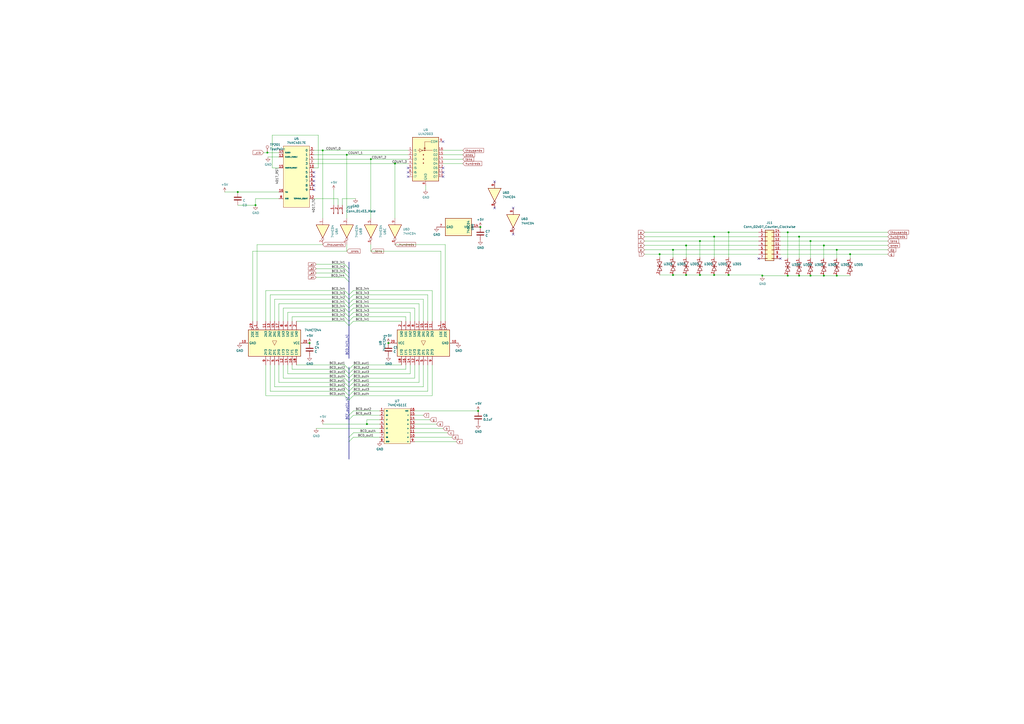
<source format=kicad_sch>
(kicad_sch (version 20230121) (generator eeschema)
  (paper "A2")
  (lib_symbols
    (symbol "74xx:74HC04"
      (property "Reference" "U" (at 0 1.27 0))
      (property "Value" "74HC04" (at 0 -1.27 0))
      (symbol "74HC04_1_0"
        (pin input line (at -7.62 0 0) (length 3.81) (name "~") (number "1"))
        (pin output inverted (at 7.62 0 180) (length 3.81) (name "~") (number "2"))
      )
      (symbol "74HC04_2_0"
        (pin input line (at -7.62 0 0) (length 3.81) (name "~") (number "3"))
        (pin output inverted (at 7.62 0 180) (length 3.81) (name "~") (number "4"))
      )
      (symbol "74HC04_3_0"
        (pin input line (at -7.62 0 0) (length 3.81) (name "~") (number "5"))
        (pin output inverted (at 7.62 0 180) (length 3.81) (name "~") (number "6"))
      )
      (symbol "74HC04_4_0"
        (pin output inverted (at 7.62 0 180) (length 3.81) (name "~") (number "8"))
        (pin input line (at -7.62 0 0) (length 3.81) (name "~") (number "9"))
      )
      (symbol "74HC04_5_0"
        (pin output inverted (at 7.62 0 180) (length 3.81) (name "~") (number "10"))
        (pin input line (at -7.62 0 0) (length 3.81) (name "~") (number "11"))
      )
      (symbol "74HC04_6_0"
        (pin output inverted (at 7.62 0 180) (length 3.81) (name "~") (number "12"))
        (pin input line (at -7.62 0 0) (length 3.81) (name "~") (number "13"))
      )
      (symbol "74HC04_7_0"
        (pin power_in line (at 0 12.7 270) (length 5.08) (name "VCC") (number "14"))
        (pin power_in line (at 0 -12.7 90) (length 5.08) (name "GND") (number "7"))
      )
    )
    (symbol "74xx:74HCT244"
      (property "Reference" "U" (at -7.62 16.51 0))
      (property "Value" "74HCT244" (at -7.62 -16.51 0))
      (symbol "74HCT244_1_0"
        (pin input inverted (at -12.7 -10.16 0) (length 5.08) (name "1OE") (number "1"))
        (pin power_in line (at 0 -20.32 90) (length 5.08) (name "GND") (number "10"))
        (pin input line (at -12.7 -5.08 0) (length 5.08) (name "2A3") (number "11"))
        (pin tri_state line (at 12.7 5.08 180) (length 5.08) (name "1Y3") (number "12"))
        (pin input line (at -12.7 -2.54 0) (length 5.08) (name "2A2") (number "13"))
        (pin tri_state line (at 12.7 7.62 180) (length 5.08) (name "1Y2") (number "14"))
        (pin input line (at -12.7 0 0) (length 5.08) (name "2A1") (number "15"))
        (pin tri_state line (at 12.7 10.16 180) (length 5.08) (name "1Y1") (number "16"))
        (pin input line (at -12.7 2.54 0) (length 5.08) (name "2A0") (number "17"))
        (pin tri_state line (at 12.7 12.7 180) (length 5.08) (name "1Y0") (number "18"))
        (pin input inverted (at -12.7 -12.7 0) (length 5.08) (name "2OE") (number "19"))
        (pin input line (at -12.7 12.7 0) (length 5.08) (name "1A0") (number "2"))
        (pin power_in line (at 0 20.32 270) (length 5.08) (name "VCC") (number "20"))
        (pin tri_state line (at 12.7 2.54 180) (length 5.08) (name "2Y0") (number "3"))
        (pin input line (at -12.7 10.16 0) (length 5.08) (name "1A1") (number "4"))
        (pin tri_state line (at 12.7 0 180) (length 5.08) (name "2Y1") (number "5"))
        (pin input line (at -12.7 7.62 0) (length 5.08) (name "1A2") (number "6"))
        (pin tri_state line (at 12.7 -2.54 180) (length 5.08) (name "2Y2") (number "7"))
        (pin input line (at -12.7 5.08 0) (length 5.08) (name "1A3") (number "8"))
        (pin tri_state line (at 12.7 -5.08 180) (length 5.08) (name "2Y3") (number "9"))
      )
    )
    (symbol "Connector:TestPoint" (pin_numbers hide) (pin_names (offset 0.762) hide)
      (property "Reference" "TP" (at 0 6.858 0))
      (property "Value" "TestPoint" (at 0 5.08 0))
      (symbol "TestPoint_1_1"
        (pin passive line (at 0 0 90) (length 2.54) (name "1") (number "1"))
      )
    )
    (symbol "Connector_Generic:Conn_02x07_Counter_Clockwise" (pin_names (offset 1.016) hide)
      (property "Reference" "J" (at 1.27 10.16 0))
      (property "Value" "Conn_02x07_Counter_Clockwise" (at 1.27 -10.16 0))
      (symbol "Conn_02x07_Counter_Clockwise_1_1"
        (pin passive line (at -5.08 7.62 0) (length 3.81) (name "Pin_1") (number "1"))
        (pin passive line (at 7.62 -2.54 180) (length 3.81) (name "Pin_10") (number "10"))
        (pin passive line (at 7.62 0 180) (length 3.81) (name "Pin_11") (number "11"))
        (pin passive line (at 7.62 2.54 180) (length 3.81) (name "Pin_12") (number "12"))
        (pin passive line (at 7.62 5.08 180) (length 3.81) (name "Pin_13") (number "13"))
        (pin passive line (at 7.62 7.62 180) (length 3.81) (name "Pin_14") (number "14"))
        (pin passive line (at -5.08 5.08 0) (length 3.81) (name "Pin_2") (number "2"))
        (pin passive line (at -5.08 2.54 0) (length 3.81) (name "Pin_3") (number "3"))
        (pin passive line (at -5.08 0 0) (length 3.81) (name "Pin_4") (number "4"))
        (pin passive line (at -5.08 -2.54 0) (length 3.81) (name "Pin_5") (number "5"))
        (pin passive line (at -5.08 -5.08 0) (length 3.81) (name "Pin_6") (number "6"))
        (pin passive line (at -5.08 -7.62 0) (length 3.81) (name "Pin_7") (number "7"))
        (pin passive line (at 7.62 -7.62 180) (length 3.81) (name "Pin_8") (number "8"))
        (pin passive line (at 7.62 -5.08 180) (length 3.81) (name "Pin_9") (number "9"))
      )
    )
    (symbol "Device:C" (pin_numbers hide) (pin_names (offset 0.254))
      (property "Reference" "C" (at 0.635 2.54 0))
      (property "Value" "C" (at 0.635 -2.54 0))
      (symbol "C_1_1"
        (pin passive line (at 0 3.81 270) (length 2.794) (name "~") (number "1"))
        (pin passive line (at 0 -3.81 90) (length 2.794) (name "~") (number "2"))
      )
    )
    (symbol "Transistor_Array:ULN2003"
      (property "Reference" "U" (at 0 15.875 0))
      (property "Value" "ULN2003" (at 0 13.97 0))
      (symbol "ULN2003_1_1"
        (pin input line (at -10.16 5.08 0) (length 2.54) (name "I1") (number "1"))
        (pin open_collector line (at 10.16 -10.16 180) (length 2.54) (name "O7") (number "10"))
        (pin open_collector line (at 10.16 -7.62 180) (length 2.54) (name "O6") (number "11"))
        (pin open_collector line (at 10.16 -5.08 180) (length 2.54) (name "O5") (number "12"))
        (pin open_collector line (at 10.16 -2.54 180) (length 2.54) (name "O4") (number "13"))
        (pin open_collector line (at 10.16 0 180) (length 2.54) (name "O3") (number "14"))
        (pin open_collector line (at 10.16 2.54 180) (length 2.54) (name "O2") (number "15"))
        (pin open_collector line (at 10.16 5.08 180) (length 2.54) (name "O1") (number "16"))
        (pin input line (at -10.16 2.54 0) (length 2.54) (name "I2") (number "2"))
        (pin input line (at -10.16 0 0) (length 2.54) (name "I3") (number "3"))
        (pin input line (at -10.16 -2.54 0) (length 2.54) (name "I4") (number "4"))
        (pin input line (at -10.16 -5.08 0) (length 2.54) (name "I5") (number "5"))
        (pin input line (at -10.16 -7.62 0) (length 2.54) (name "I6") (number "6"))
        (pin input line (at -10.16 -10.16 0) (length 2.54) (name "I7") (number "7"))
        (pin power_in line (at 0 -15.24 90) (length 2.54) (name "GND") (number "8"))
        (pin passive line (at 10.16 10.16 180) (length 2.54) (name "COM") (number "9"))
      )
    )
    (symbol "menelaos-v2-rescue:74HC4017E-knownParts" (pin_names (offset 1.016))
      (property "Reference" "U" (at 0 -6.35 0))
      (property "Value" "knownParts_74HC4017E" (at 0 13.97 0))
      (symbol "74HC4017E-knownParts_1_1"
        (pin output line (at 10.16 -5.08 180) (length 2.54) (name "5") (number "1"))
        (pin output line (at 10.16 -2.54 180) (length 2.54) (name "4") (number "10"))
        (pin output line (at 10.16 -15.24 180) (length 2.54) (name "9") (number "11"))
        (pin output line (at 10.16 -20.32 180) (length 2.54) (name "TERMINAL_COUNT") (number "12"))
        (pin input line (at -10.16 3.81 0) (length 2.54) (name "CLOCK_ENABLE") (number "13"))
        (pin input line (at -10.16 6.35 0) (length 2.54) (name "CLOCK") (number "14"))
        (pin input line (at -10.16 -2.54 0) (length 2.54) (name "MASTER_RESET") (number "15"))
        (pin power_in line (at -10.16 -16.51 0) (length 2.54) (name "Vcc") (number "16"))
        (pin output line (at 10.16 5.08 180) (length 2.54) (name "1") (number "2"))
        (pin output line (at 10.16 7.62 180) (length 2.54) (name "0") (number "3"))
        (pin output line (at 10.16 2.54 180) (length 2.54) (name "2") (number "4"))
        (pin output line (at 10.16 -7.62 180) (length 2.54) (name "6") (number "5"))
        (pin output line (at 10.16 -10.16 180) (length 2.54) (name "7") (number "6"))
        (pin output line (at 10.16 0 180) (length 2.54) (name "3") (number "7"))
        (pin power_in line (at -10.16 -20.32 0) (length 2.54) (name "GND") (number "8"))
        (pin output line (at 10.16 -12.7 180) (length 2.54) (name "8") (number "9"))
      )
    )
    (symbol "menelaos-v2-rescue:74HC4511E-knownParts" (pin_names (offset 1.016))
      (property "Reference" "U" (at 0 -1.27 0))
      (property "Value" "knownParts_74HC4511E" (at 0 12.7 0))
      (symbol "74HC4511E-knownParts_1_1"
        (pin input line (at -10.16 8.89 0) (length 2.54) (name "D1") (number "1"))
        (pin output line (at 10.16 -6.35 180) (length 2.54) (name "d") (number "10"))
        (pin output line (at 10.16 -3.81 180) (length 2.54) (name "c") (number "11"))
        (pin output line (at 10.16 -1.27 180) (length 2.54) (name "b") (number "12"))
        (pin output line (at 10.16 1.27 180) (length 2.54) (name "a") (number "13"))
        (pin output line (at 10.16 3.81 180) (length 2.54) (name "g") (number "14"))
        (pin output line (at 10.16 6.35 180) (length 2.54) (name "f") (number "15"))
        (pin power_in line (at 10.16 8.89 180) (length 2.54) (name "VCC") (number "16"))
        (pin input line (at -10.16 6.35 0) (length 2.54) (name "D2") (number "2"))
        (pin input line (at -10.16 3.81 0) (length 2.54) (name "LT") (number "3"))
        (pin input line (at -10.16 1.27 0) (length 2.54) (name "BL") (number "4"))
        (pin input line (at -10.16 -1.27 0) (length 2.54) (name "LE") (number "5"))
        (pin input line (at -10.16 -3.81 0) (length 2.54) (name "D3") (number "6"))
        (pin input line (at -10.16 -6.35 0) (length 2.54) (name "D0") (number "7"))
        (pin power_in line (at -10.16 -8.89 0) (length 2.54) (name "GND") (number "8"))
        (pin output line (at 10.16 -8.89 180) (length 2.54) (name "e") (number "9"))
      )
    )
    (symbol "menelaos-v2-rescue:Conn_01x03_Male-Connector" (pin_names (offset 1.016) hide)
      (property "Reference" "J" (at 0 5.08 0))
      (property "Value" "Connector_Conn_01x03_Male" (at 0 -5.08 0))
      (symbol "Conn_01x03_Male-Connector_1_1"
        (pin passive line (at 5.08 2.54 180) (length 3.81) (name "Pin_1") (number "1"))
        (pin passive line (at 5.08 0 180) (length 3.81) (name "Pin_2") (number "2"))
        (pin passive line (at 5.08 -2.54 180) (length 3.81) (name "Pin_3") (number "3"))
      )
    )
    (symbol "power:+5V" (power) (pin_names (offset 0))
      (property "Value" "+5V" (at 0 3.556 0))
      (symbol "+5V_1_1"
        (pin power_in line (at 0 0 90) (length 0) hide (name "+5V") (number "1"))
      )
    )
    (symbol "power:GND" (power) (pin_names (offset 0))
      (property "Value" "GND" (at 0 -3.81 0))
      (symbol "GND_1_1"
        (pin power_in line (at 0 0 270) (length 0) hide (name "GND") (number "1"))
      )
    )
    (symbol "privateParts:PESD3V3L1BA-Bidirectional_Diode"
      (property "Reference" "U" (at 0 -5.08 0))
      (property "Value" "PESD3V3L1BA-Bidirectional_Diode" (at 0 -7.62 0))
      (symbol "PESD3V3L1BA-Bidirectional_Diode_1_1"
        (pin passive line (at -5.08 0 0) (length 2.54) (name "") (number "1"))
        (pin passive line (at 5.08 0 180) (length 2.54) (name "") (number "2"))
      )
    )
  )
  (junction (at 470.154 139.827))
  (junction (at 456.946 159.893))
  (junction (at 414.274 159.512))
  (junction (at 422.656 134.747))
  (junction (at 212.8365 245.999))
  (junction (at 477.901 142.367))
  (junction (at 398.018 159.512))
  (junction (at 477.901 159.893))
  (junction (at 463.55 159.893))
  (junction (at 278.638 131.699))
  (junction (at 155.0929 88.519))
  (junction (at 179.578 199.009))
  (junction (at 201.168 89.789))
  (junction (at 485.394 144.907))
  (junction (at 148.209 118.999))
  (junction (at 398.018 142.367))
  (junction (at 229.108 94.869))
  (junction (at 390.398 159.512))
  (junction (at 485.394 159.893))
  (junction (at 390.398 144.907))
  (junction (at 215.138 92.329))
  (junction (at 493.141 147.447))
  (junction (at 414.274 137.287))
  (junction (at 463.55 137.287))
  (junction (at 470.154 159.893))
  (junction (at 225.298 199.009))
  (junction (at 422.656 159.512))
  (junction (at 456.946 134.747))
  (junction (at 442.214 159.893))
  (junction (at 187.198 87.249))
  (junction (at 382.651 147.447))
  (junction (at 277.368 238.379))
  (junction (at 406.019 159.512))
  (junction (at 137.922 111.379))
  (junction (at 406.019 139.827))
  (no_connect (at 182.118 99.949))
  (no_connect (at 286.893 120.65))
  (no_connect (at 257.048 99.949))
  (no_connect (at 452.755 149.987))
  (no_connect (at 182.118 105.029))
  (no_connect (at 182.118 107.569))
  (no_connect (at 236.728 97.409))
  (no_connect (at 182.118 102.489))
  (no_connect (at 257.048 97.409))
  (no_connect (at 257.048 102.489))
  (no_connect (at 297.688 120.65))
  (no_connect (at 440.055 149.987))
  (no_connect (at 297.688 135.89))
  (no_connect (at 236.728 99.949))
  (no_connect (at 257.048 82.169))
  (no_connect (at 286.893 105.41))
  (no_connect (at 236.728 102.489))
  (no_connect (at 182.118 110.109))
  (bus_entry (at 199.898 214.249) (size 2.54 2.54))
  (bus_entry (at 199.898 158.369) (size 2.54 2.54))
  (bus_entry (at 199.898 181.229) (size 2.54 2.54))
  (bus_entry (at 199.898 153.289) (size 2.54 2.54))
  (bus_entry (at 204.978 229.489) (size -2.54 2.54))
  (bus_entry (at 204.978 171.069) (size -2.54 2.54))
  (bus_entry (at 199.898 178.689) (size 2.54 2.54))
  (bus_entry (at 204.978 183.769) (size -2.54 2.54))
  (bus_entry (at 199.898 216.789) (size 2.54 2.54))
  (bus_entry (at 204.978 211.709) (size -2.54 2.54))
  (bus_entry (at 204.978 251.079) (size -2.54 2.54))
  (bus_entry (at 199.898 221.869) (size 2.54 2.54))
  (bus_entry (at 199.898 173.609) (size 2.54 2.54))
  (bus_entry (at 204.978 178.689) (size -2.54 2.54))
  (bus_entry (at 204.978 253.619) (size -2.54 2.54))
  (bus_entry (at 199.898 183.769) (size 2.54 2.54))
  (bus_entry (at 204.978 181.229) (size -2.54 2.54))
  (bus_entry (at 199.898 171.069) (size 2.54 2.54))
  (bus_entry (at 199.898 168.529) (size 2.54 2.54))
  (bus_entry (at 204.978 238.379) (size -2.54 2.54))
  (bus_entry (at 204.978 221.869) (size -2.54 2.54))
  (bus_entry (at 204.978 214.249) (size -2.54 2.54))
  (bus_entry (at 204.978 216.789) (size -2.54 2.54))
  (bus_entry (at 204.978 224.409) (size -2.54 2.54))
  (bus_entry (at 199.898 224.409) (size 2.54 2.54))
  (bus_entry (at 204.978 219.329) (size -2.54 2.54))
  (bus_entry (at 204.978 168.529) (size -2.54 2.54))
  (bus_entry (at 199.898 211.709) (size 2.54 2.54))
  (bus_entry (at 204.978 173.609) (size -2.54 2.54))
  (bus_entry (at 199.898 160.909) (size 2.54 2.54))
  (bus_entry (at 199.898 219.329) (size 2.54 2.54))
  (bus_entry (at 199.898 186.309) (size 2.54 2.54))
  (bus_entry (at 204.978 240.919) (size -2.54 2.54))
  (bus_entry (at 204.978 226.949) (size -2.54 2.54))
  (bus_entry (at 199.898 155.829) (size 2.54 2.54))
  (bus_entry (at 199.898 226.949) (size 2.54 2.54))
  (bus_entry (at 199.898 229.489) (size 2.54 2.54))
  (bus_entry (at 204.978 186.309) (size -2.54 2.54))
  (bus_entry (at 204.978 176.149) (size -2.54 2.54))
  (bus_entry (at 199.898 176.149) (size 2.54 2.54))
  (wire (pts (xy 250.698 211.709) (xy 250.698 229.489)))
  (wire (pts (xy 493.141 147.447) (xy 514.985 147.447)))
  (wire (pts (xy 149.098 141.859) (xy 187.198 141.859)))
  (wire (pts (xy 171.958 186.309) (xy 199.898 186.309)))
  (wire (pts (xy 187.198 87.249) (xy 182.118 87.249)))
  (wire (pts (xy 171.958 211.709) (xy 199.898 211.709)))
  (wire (pts (xy 414.274 149.352) (xy 414.274 137.287)))
  (wire (pts (xy 184.658 97.409) (xy 182.118 97.409)))
  (bus (pts (xy 202.438 240.919) (xy 202.438 243.459)))
  (wire (pts (xy 243.078 186.309) (xy 243.078 176.149)))
  (wire (pts (xy 268.478 94.869) (xy 257.048 94.869)))
  (wire (pts (xy 183.388 248.539) (xy 220.218 248.539)))
  (bus (pts (xy 202.438 163.449) (xy 202.438 171.069)))
  (wire (pts (xy 422.656 149.352) (xy 422.656 134.747)))
  (wire (pts (xy 229.108 126.619) (xy 229.108 94.869)))
  (bus (pts (xy 202.438 183.769) (xy 202.438 186.309)))
  (wire (pts (xy 463.55 137.287) (xy 463.55 149.733)))
  (wire (pts (xy 236.728 94.869) (xy 229.108 94.869)))
  (bus (pts (xy 202.438 216.789) (xy 202.438 219.329)))
  (wire (pts (xy 382.651 149.352) (xy 382.651 147.447)))
  (wire (pts (xy 235.458 211.709) (xy 235.458 214.249)))
  (wire (pts (xy 248.158 171.069) (xy 204.978 171.069)))
  (wire (pts (xy 255.778 145.669) (xy 255.778 186.309)))
  (wire (pts (xy 414.274 137.287) (xy 440.055 137.287)))
  (bus (pts (xy 202.438 219.329) (xy 202.438 221.869)))
  (wire (pts (xy 215.138 145.669) (xy 255.778 145.669)))
  (wire (pts (xy 204.978 216.789) (xy 237.998 216.789)))
  (wire (pts (xy 235.458 214.249) (xy 204.978 214.249)))
  (wire (pts (xy 220.218 253.619) (xy 204.978 253.619)))
  (wire (pts (xy 477.901 142.367) (xy 514.985 142.367)))
  (bus (pts (xy 202.438 181.229) (xy 202.438 183.769)))
  (wire (pts (xy 187.198 87.249) (xy 236.728 87.249)))
  (wire (pts (xy 257.048 248.539) (xy 240.538 248.539)))
  (wire (pts (xy 245.618 224.409) (xy 204.978 224.409)))
  (wire (pts (xy 215.138 92.329) (xy 215.138 126.619)))
  (wire (pts (xy 166.878 216.789) (xy 199.898 216.789)))
  (bus (pts (xy 202.438 256.159) (xy 202.438 266.319)))
  (wire (pts (xy 258.318 141.859) (xy 258.318 186.309)))
  (wire (pts (xy 477.901 159.893) (xy 470.154 159.893)))
  (wire (pts (xy 187.198 87.249) (xy 187.198 126.619)))
  (wire (pts (xy 157.988 78.359) (xy 184.658 78.359)))
  (wire (pts (xy 452.755 147.447) (xy 493.141 147.447)))
  (wire (pts (xy 220.218 251.079) (xy 204.978 251.079)))
  (wire (pts (xy 220.218 240.919) (xy 204.978 240.919)))
  (bus (pts (xy 202.438 224.409) (xy 202.438 226.949)))
  (wire (pts (xy 198.628 115.189) (xy 198.628 118.999)))
  (wire (pts (xy 442.214 159.512) (xy 442.214 159.893)))
  (wire (pts (xy 161.798 176.149) (xy 199.898 176.149)))
  (wire (pts (xy 422.656 134.747) (xy 440.055 134.747)))
  (wire (pts (xy 452.755 144.907) (xy 485.394 144.907)))
  (wire (pts (xy 470.154 139.827) (xy 470.154 149.733)))
  (wire (pts (xy 215.138 141.859) (xy 215.138 145.669)))
  (wire (pts (xy 215.138 92.329) (xy 182.118 92.329)))
  (wire (pts (xy 156.718 186.309) (xy 156.718 171.069)))
  (wire (pts (xy 169.418 183.769) (xy 199.898 183.769)))
  (wire (pts (xy 245.618 240.919) (xy 240.538 240.919)))
  (wire (pts (xy 187.198 245.999) (xy 212.8365 245.999)))
  (wire (pts (xy 148.209 115.189) (xy 148.209 118.999)))
  (wire (pts (xy 154.178 186.309) (xy 154.178 168.529)))
  (bus (pts (xy 202.438 221.869) (xy 202.438 224.409)))
  (wire (pts (xy 257.048 92.329) (xy 268.478 92.329)))
  (wire (pts (xy 240.538 219.329) (xy 204.978 219.329)))
  (wire (pts (xy 245.618 211.709) (xy 245.618 224.409)))
  (wire (pts (xy 240.538 211.709) (xy 240.538 219.329)))
  (wire (pts (xy 250.698 229.489) (xy 204.978 229.489)))
  (wire (pts (xy 248.158 226.949) (xy 204.978 226.949)))
  (wire (pts (xy 164.338 219.329) (xy 199.898 219.329)))
  (wire (pts (xy 253.238 245.999) (xy 240.538 245.999)))
  (wire (pts (xy 235.458 183.769) (xy 204.978 183.769)))
  (bus (pts (xy 202.438 176.149) (xy 202.438 178.689)))
  (wire (pts (xy 161.798 186.309) (xy 161.798 176.149)))
  (wire (pts (xy 264.668 256.159) (xy 240.538 256.159)))
  (wire (pts (xy 130.302 111.379) (xy 137.922 111.379)))
  (wire (pts (xy 249.428 243.459) (xy 240.538 243.459)))
  (wire (pts (xy 149.098 141.859) (xy 149.098 186.309)))
  (wire (pts (xy 164.338 178.689) (xy 199.898 178.689)))
  (wire (pts (xy 237.998 211.709) (xy 237.998 216.789)))
  (wire (pts (xy 240.538 186.309) (xy 240.538 178.689)))
  (wire (pts (xy 183.388 155.829) (xy 199.898 155.829)))
  (wire (pts (xy 442.214 159.893) (xy 442.214 160.274)))
  (wire (pts (xy 193.548 110.109) (xy 193.548 118.999)))
  (bus (pts (xy 202.438 160.909) (xy 202.438 163.449)))
  (wire (pts (xy 262.128 253.619) (xy 240.538 253.619)))
  (wire (pts (xy 157.988 97.409) (xy 157.988 78.359)))
  (wire (pts (xy 485.394 159.893) (xy 477.901 159.893)))
  (wire (pts (xy 456.946 159.893) (xy 442.214 159.893)))
  (wire (pts (xy 164.338 211.709) (xy 164.338 219.329)))
  (wire (pts (xy 422.656 159.512) (xy 442.214 159.512)))
  (wire (pts (xy 406.019 159.512) (xy 414.274 159.512)))
  (wire (pts (xy 201.168 145.669) (xy 201.168 141.859)))
  (wire (pts (xy 184.658 78.359) (xy 184.658 97.409)))
  (wire (pts (xy 159.258 211.709) (xy 159.258 224.409)))
  (wire (pts (xy 406.019 139.827) (xy 440.055 139.827)))
  (wire (pts (xy 477.901 149.733) (xy 477.901 142.367)))
  (bus (pts (xy 202.438 212.979) (xy 202.438 214.249)))
  (wire (pts (xy 155.0929 88.519) (xy 161.798 88.519)))
  (wire (pts (xy 240.538 238.379) (xy 277.368 238.379)))
  (wire (pts (xy 390.398 159.512) (xy 398.018 159.512)))
  (wire (pts (xy 452.755 137.287) (xy 463.55 137.287)))
  (bus (pts (xy 202.438 232.029) (xy 202.438 240.919)))
  (bus (pts (xy 202.438 188.849) (xy 202.438 207.899)))
  (wire (pts (xy 204.978 181.229) (xy 237.998 181.229)))
  (wire (pts (xy 373.888 147.447) (xy 382.651 147.447)))
  (wire (pts (xy 248.158 211.709) (xy 248.158 226.949)))
  (wire (pts (xy 201.168 126.619) (xy 201.168 89.789)))
  (wire (pts (xy 183.388 158.369) (xy 199.898 158.369)))
  (bus (pts (xy 202.438 155.829) (xy 202.438 158.369)))
  (wire (pts (xy 159.258 224.409) (xy 199.898 224.409)))
  (wire (pts (xy 373.888 142.367) (xy 398.018 142.367)))
  (wire (pts (xy 485.394 144.907) (xy 514.985 144.907)))
  (wire (pts (xy 166.878 211.709) (xy 166.878 216.789)))
  (wire (pts (xy 398.018 142.367) (xy 440.055 142.367)))
  (bus (pts (xy 202.438 243.459) (xy 202.438 253.619)))
  (bus (pts (xy 202.438 186.309) (xy 202.438 188.849)))
  (wire (pts (xy 243.078 211.709) (xy 243.078 221.869)))
  (bus (pts (xy 202.438 214.249) (xy 202.438 216.789)))
  (wire (pts (xy 169.418 186.309) (xy 169.418 183.769)))
  (wire (pts (xy 156.718 171.069) (xy 199.898 171.069)))
  (wire (pts (xy 169.418 214.249) (xy 199.898 214.249)))
  (wire (pts (xy 164.338 186.309) (xy 164.338 178.689)))
  (wire (pts (xy 452.755 139.827) (xy 470.154 139.827)))
  (wire (pts (xy 243.078 221.869) (xy 204.978 221.869)))
  (wire (pts (xy 220.218 243.459) (xy 212.8365 243.459)))
  (wire (pts (xy 232.918 186.309) (xy 204.978 186.309)))
  (wire (pts (xy 152.908 88.519) (xy 155.0929 88.519)))
  (wire (pts (xy 220.218 238.379) (xy 204.978 238.379)))
  (wire (pts (xy 382.651 159.512) (xy 390.398 159.512)))
  (wire (pts (xy 268.478 89.789) (xy 257.048 89.789)))
  (wire (pts (xy 137.922 118.999) (xy 148.209 118.999)))
  (wire (pts (xy 161.798 97.409) (xy 157.988 97.409)))
  (wire (pts (xy 382.651 147.447) (xy 440.055 147.447)))
  (wire (pts (xy 182.118 115.189) (xy 196.088 115.189)))
  (wire (pts (xy 406.019 149.352) (xy 406.019 139.827)))
  (wire (pts (xy 166.878 186.309) (xy 166.878 181.229)))
  (wire (pts (xy 161.798 211.709) (xy 161.798 221.869)))
  (wire (pts (xy 137.922 111.379) (xy 161.798 111.379)))
  (bus (pts (xy 202.438 226.949) (xy 202.438 229.489)))
  (wire (pts (xy 456.946 134.747) (xy 514.985 134.747)))
  (wire (pts (xy 373.888 139.827) (xy 406.019 139.827)))
  (wire (pts (xy 250.698 186.309) (xy 250.698 168.529)))
  (wire (pts (xy 161.798 221.869) (xy 199.898 221.869)))
  (wire (pts (xy 201.168 89.789) (xy 236.728 89.789)))
  (bus (pts (xy 202.438 158.369) (xy 202.438 160.909)))
  (wire (pts (xy 248.158 186.309) (xy 248.158 171.069)))
  (wire (pts (xy 398.018 159.512) (xy 406.019 159.512)))
  (wire (pts (xy 373.888 144.907) (xy 390.398 144.907)))
  (wire (pts (xy 237.998 186.309) (xy 237.998 181.229)))
  (wire (pts (xy 373.888 137.287) (xy 414.274 137.287)))
  (wire (pts (xy 155.448 91.059) (xy 161.798 91.059)))
  (wire (pts (xy 154.178 211.709) (xy 154.178 229.489)))
  (wire (pts (xy 243.078 176.149) (xy 204.978 176.149)))
  (wire (pts (xy 390.398 149.352) (xy 390.398 144.907)))
  (wire (pts (xy 196.088 115.189) (xy 196.088 118.999)))
  (bus (pts (xy 202.438 229.489) (xy 202.438 232.029)))
  (wire (pts (xy 493.141 149.733) (xy 493.141 147.447)))
  (wire (pts (xy 146.558 145.669) (xy 146.558 186.309)))
  (wire (pts (xy 259.588 251.079) (xy 240.538 251.079)))
  (wire (pts (xy 268.478 87.249) (xy 257.048 87.249)))
  (wire (pts (xy 235.458 186.309) (xy 235.458 183.769)))
  (wire (pts (xy 198.628 115.189) (xy 206.248 115.189)))
  (wire (pts (xy 212.8365 245.999) (xy 220.218 245.999)))
  (bus (pts (xy 202.438 253.619) (xy 202.438 256.159)))
  (wire (pts (xy 485.394 149.733) (xy 485.394 144.907)))
  (wire (pts (xy 183.388 160.909) (xy 199.898 160.909)))
  (wire (pts (xy 146.558 145.669) (xy 201.168 145.669)))
  (bus (pts (xy 202.438 173.609) (xy 202.438 176.149)))
  (wire (pts (xy 154.178 229.489) (xy 199.898 229.489)))
  (wire (pts (xy 212.8365 243.459) (xy 212.8365 245.999)))
  (wire (pts (xy 456.946 134.747) (xy 456.946 149.733)))
  (wire (pts (xy 463.55 137.287) (xy 514.985 137.287)))
  (wire (pts (xy 182.118 89.789) (xy 201.168 89.789)))
  (wire (pts (xy 470.154 139.827) (xy 514.985 139.827)))
  (wire (pts (xy 229.108 141.859) (xy 258.318 141.859)))
  (bus (pts (xy 202.438 152.019) (xy 202.438 155.829)))
  (wire (pts (xy 398.018 149.352) (xy 398.018 142.367)))
  (wire (pts (xy 246.888 110.109) (xy 246.888 107.569)))
  (wire (pts (xy 229.108 94.869) (xy 182.118 94.869)))
  (wire (pts (xy 148.209 115.189) (xy 161.798 115.189)))
  (wire (pts (xy 169.418 211.709) (xy 169.418 214.249)))
  (wire (pts (xy 156.718 211.709) (xy 156.718 226.949)))
  (wire (pts (xy 463.55 159.893) (xy 456.946 159.893)))
  (bus (pts (xy 202.438 171.069) (xy 202.438 173.609)))
  (wire (pts (xy 154.178 168.529) (xy 199.898 168.529)))
  (wire (pts (xy 452.755 142.367) (xy 477.901 142.367)))
  (wire (pts (xy 373.888 134.747) (xy 422.656 134.747)))
  (wire (pts (xy 159.258 173.609) (xy 199.898 173.609)))
  (wire (pts (xy 250.698 168.529) (xy 204.978 168.529)))
  (wire (pts (xy 159.258 186.309) (xy 159.258 173.609)))
  (wire (pts (xy 493.141 159.893) (xy 485.394 159.893)))
  (wire (pts (xy 245.618 173.609) (xy 204.978 173.609)))
  (wire (pts (xy 470.154 159.893) (xy 463.55 159.893)))
  (wire (pts (xy 452.755 134.747) (xy 456.946 134.747)))
  (wire (pts (xy 166.878 181.229) (xy 199.898 181.229)))
  (wire (pts (xy 232.918 211.709) (xy 204.978 211.709)))
  (wire (pts (xy 414.274 159.512) (xy 422.656 159.512)))
  (wire (pts (xy 156.718 226.949) (xy 199.898 226.949)))
  (wire (pts (xy 245.618 186.309) (xy 245.618 173.609)))
  (wire (pts (xy 183.388 153.289) (xy 199.898 153.289)))
  (wire (pts (xy 240.538 178.689) (xy 204.978 178.689)))
  (wire (pts (xy 236.728 92.329) (xy 215.138 92.329)))
  (bus (pts (xy 202.438 178.689) (xy 202.438 181.229)))
  (wire (pts (xy 148.209 118.999) (xy 148.209 119.126)))
  (wire (pts (xy 390.398 144.907) (xy 440.055 144.907)))
  (label "BCD_in2" (at 192.278 173.609 0))
  (label "BCD_in[1..4]" (at 202.438 193.929 270))
  (label "BCD_in3" (at 192.278 181.229 0))
  (label "BCD_in2" (at 192.278 183.769 0))
  (label "BCD_out4" (at 191.008 229.489 0))
  (label "BCD_out1" (at 191.008 221.869 0))
  (label "BCD_out2" (at 204.978 214.249 0))
  (label "BCD_in4" (at 192.278 168.529 0))
  (label "BCD_in4" (at 206.248 168.529 0))
  (label "BCD_in1" (at 192.278 153.289 0))
  (label "BCD_out4" (at 191.008 219.329 0))
  (label "BCD_out3" (at 206.248 240.919 0))
  (label "4017_RST" (at 161.798 97.409 270))
  (label "BCD_out3" (at 204.978 216.789 0))
  (label "BCD_in1" (at 206.248 186.309 0))
  (label "BCD_in3" (at 206.248 171.069 0))
  (label "BCD_in1" (at 192.278 186.309 0))
  (label "BCD_out2" (at 206.248 238.379 0))
  (label "BCD_out2" (at 191.008 224.409 0))
  (label "BCD_in1" (at 206.248 176.149 0))
  (label "BCD_out3" (at 204.978 226.949 0))
  (label "BCD_out2" (at 204.978 224.409 0))
  (label "4017_TC" (at 182.9746 115.189 270))
  (label "BCD_in2" (at 206.248 183.769 0))
  (label "COUNT_2" (at 215.586 92.329 0))
  (label "BCD_out1" (at 207.518 253.619 0))
  (label "BCD_in3" (at 206.248 181.229 0))
  (label "BCD_out3" (at 191.008 216.789 0))
  (label "BCD_out4" (at 204.978 219.329 0))
  (label "BCD_in4" (at 199.898 160.909 180))
  (label "BCD_out1" (at 204.978 211.709 0))
  (label "BCD_in1" (at 192.278 176.149 0))
  (label "BCD_out1" (at 204.978 221.869 0))
  (label "BCD_in2" (at 206.248 173.609 0))
  (label "COUNT_3" (at 227.4508 94.869 0))
  (label "BCF_out[1..4]" (at 202.438 243.459 90))
  (label "BCD_in4" (at 206.248 178.689 0))
  (label "BCD_out4" (at 204.978 229.489 0))
  (label "BCD_in2" (at 192.278 155.829 0))
  (label "BCD_in3" (at 192.278 171.069 0))
  (label "COUNT_0" (at 189.0795 87.249 0))
  (label "COUNT_1" (at 201.8699 89.789 0))
  (label "BCD_out3" (at 191.008 226.949 0))
  (label "BCD_in4" (at 192.278 178.689 0))
  (label "BCD_out2" (at 191.008 214.249 0))
  (label "BCD_in3" (at 192.278 158.369 0))
  (label "BCD_out4" (at 208.788 251.079 0))
  (label "BCD_out1" (at 191.008 211.709 0))
  (global_label "f" (shape input) (at 373.888 147.447 180) (property "Intersheetrefs" "${INTERSHEET_REFS}" (effects hide)))
  (global_label "_thousands" (shape input) (at 187.198 141.859 0) (property "Intersheetrefs" "${INTERSHEET_REFS}" (effects hide)))
  (global_label "d" (shape input) (at 373.888 142.367 180) (property "Intersheetrefs" "${INTERSHEET_REFS}" (effects hide)))
  (global_label "hundreds" (shape input) (at 514.985 137.287 0) (property "Intersheetrefs" "${INTERSHEET_REFS}" (effects hide)))
  (global_label "_a3" (shape input) (at 183.388 158.369 180) (effects (font (size 0.9906 0.9906))) (property "Intersheetrefs" "${INTERSHEET_REFS}" (effects hide)))
  (global_label "_clk" (shape input) (at 152.908 88.519 180) (property "Intersheetrefs" "${INTERSHEET_REFS}" (effects hide)))
  (global_label "tens" (shape input) (at 514.985 139.827 0) (property "Intersheetrefs" "${INTERSHEET_REFS}" (effects hide)))
  (global_label "e" (shape input) (at 373.888 144.907 180) (property "Intersheetrefs" "${INTERSHEET_REFS}" (effects hide)))
  (global_label "hundreds" (shape input) (at 268.478 94.869 0) (property "Intersheetrefs" "${INTERSHEET_REFS}" (effects hide)))
  (global_label "f" (shape input) (at 245.618 240.919 0) (property "Intersheetrefs" "${INTERSHEET_REFS}" (effects hide)))
  (global_label "c" (shape input) (at 259.588 251.079 0) (property "Intersheetrefs" "${INTERSHEET_REFS}" (effects hide)))
  (global_label "thousands" (shape input) (at 514.985 134.747 0) (property "Intersheetrefs" "${INTERSHEET_REFS}" (effects hide)))
  (global_label "g" (shape input) (at 514.985 147.447 0) (property "Intersheetrefs" "${INTERSHEET_REFS}" (effects hide)))
  (global_label "d" (shape input) (at 262.128 253.619 0) (property "Intersheetrefs" "${INTERSHEET_REFS}" (effects hide)))
  (global_label "_hundreds" (shape input) (at 229.108 141.859 0) (property "Intersheetrefs" "${INTERSHEET_REFS}" (effects hide)))
  (global_label "b" (shape input) (at 373.888 137.287 180) (property "Intersheetrefs" "${INTERSHEET_REFS}" (effects hide)))
  (global_label "_ones" (shape input) (at 201.168 145.669 0) (property "Intersheetrefs" "${INTERSHEET_REFS}" (effects hide)))
  (global_label "ones" (shape input) (at 268.478 89.789 0) (property "Intersheetrefs" "${INTERSHEET_REFS}" (effects hide)))
  (global_label "e" (shape input) (at 264.668 256.159 0) (property "Intersheetrefs" "${INTERSHEET_REFS}" (effects hide)))
  (global_label "thousands" (shape input) (at 268.478 87.249 0) (property "Intersheetrefs" "${INTERSHEET_REFS}" (effects hide)))
  (global_label "dp" (shape input) (at 514.985 144.907 0) (property "Intersheetrefs" "${INTERSHEET_REFS}" (effects hide)))
  (global_label "c" (shape input) (at 373.888 139.827 180) (property "Intersheetrefs" "${INTERSHEET_REFS}" (effects hide)))
  (global_label "_tens" (shape input) (at 215.138 145.669 0) (property "Intersheetrefs" "${INTERSHEET_REFS}" (effects hide)))
  (global_label "_a2" (shape input) (at 183.388 155.829 180) (effects (font (size 0.9906 0.9906))) (property "Intersheetrefs" "${INTERSHEET_REFS}" (effects hide)))
  (global_label "g" (shape input) (at 249.428 243.459 0) (property "Intersheetrefs" "${INTERSHEET_REFS}" (effects hide)))
  (global_label "tens" (shape input) (at 268.478 92.329 0) (property "Intersheetrefs" "${INTERSHEET_REFS}" (effects hide)))
  (global_label "_a4" (shape input) (at 183.388 160.909 180) (effects (font (size 0.9906 0.9906))) (property "Intersheetrefs" "${INTERSHEET_REFS}" (effects hide)))
  (global_label "a" (shape input) (at 373.888 134.747 180) (property "Intersheetrefs" "${INTERSHEET_REFS}" (effects hide)))
  (global_label "a" (shape input) (at 253.238 245.999 0) (property "Intersheetrefs" "${INTERSHEET_REFS}" (effects hide)))
  (global_label "_a1" (shape input) (at 183.388 153.289 180) (effects (font (size 0.9906 0.9906))) (property "Intersheetrefs" "${INTERSHEET_REFS}" (effects hide)))
  (global_label "b" (shape input) (at 257.048 248.539 0) (property "Intersheetrefs" "${INTERSHEET_REFS}" (effects hide)))
  (global_label "ones" (shape input) (at 514.985 142.367 0) (property "Intersheetrefs" "${INTERSHEET_REFS}" (effects hide)))
  (symbol (lib_id "power:GND") (at 265.938 199.009 0) (unit 1)
    (property "Reference" "#PWR0416" (effects hide))
    (property "Value" "GND" (at 266.065 203.4032 0))
    (instances (project "menelaos-rev-4" (path "" (reference "#PWR0416") (unit 1))) (project "menelaos-v2" (path "" (reference "#PWR042") (unit 1))))
  )
  (symbol (lib_id "power:+5V") (at 193.548 110.109 0) (unit 1)
    (property "Reference" "#PWR0219" (effects hide))
    (property "Value" "+5V" (at 193.548 105.791 0))
    (instances (project "menelaos-rev-4" (path "" (reference "#PWR0219") (unit 1)) (path "" (reference "#PWR0409") (unit 1))))
  )
  (symbol (lib_id "power:+5V") (at 278.638 131.699 0) (unit 1)
    (property "Reference" "#PWR0219" (effects hide))
    (property "Value" "+5V" (at 278.638 127.381 0))
    (instances (project "menelaos-rev-4" (path "" (reference "#PWR0219") (unit 1)) (path "" (reference "#PWR0419") (unit 1))))
  )
  (symbol (lib_id "privateParts:PESD3V3L1BA-Bidirectional_Diode") (at 485.394 154.813 270) (unit 1)
    (property "Reference" "U305" (at 487.7054 153.5429 90) (effects (justify left)))
    (property "Value" "PESD3V3L1BA-Bidirectional_Diode" (effects hide))
    (property "Footprint" "Diode_SMD:D_SOD-323" (effects hide))
    (property "Datasheet" "https://assets.nexperia.com/documents/data-sheet/PESDXL1BA_SER.pdf" (effects hide))
    (property "Manufacturer_PN" "PESD3V3L1BA,115" (effects hide))
    (property "Digi-Key_PN" "1727-3825-1-ND" (effects hide))
    (instances (project "menelaos-rev-4" (path "" (reference "U305") (unit 1)) (path "" (reference "U417") (unit 1))) (project "OpenCelluloid" (path "" (reference "U305") (unit 1))))
  )
  (symbol (lib_id "74xx:74HC04") (at 229.108 134.239 270) (unit 4)
    (property "Reference" "U6" (at 233.68 132.969 90) (effects (justify left)))
    (property "Value" "74HC04" (at 233.68 135.509 90) (effects (justify left)))
    (property "Footprint" "Package_SO:SOIC-14_3.9x8.7mm_P1.27mm" (effects hide))
    (property "Datasheet" "https://assets.nexperia.com/documents/data-sheet/74HC_HCT04.pdf" (effects hide))
    (instances (project "menelaos-rev-4" (path "" (reference "U6") (unit 4)) (path "" (reference "U403") (unit 4))) (project "menelaos-v2" (path "" (reference "U6") (unit 4))))
  )
  (symbol (lib_id "menelaos-v2-rescue:74HC4511E-knownParts") (at 230.378 247.269 0) (unit 1)
    (property "Reference" "U7" (at 230.378 232.664 0))
    (property "Value" "74HC4511E" (at 230.378 234.9754 0))
    (property "Footprint" "Package_SO:SO-16_3.9x9.9mm_P1.27mm" (effects hide))
    (instances (project "menelaos-rev-4" (path "" (reference "U7") (unit 1)) (path "" (reference "U404") (unit 1))) (project "menelaos-v2" (path "" (reference "U7") (unit 1))))
  )
  (symbol (lib_id "power:GND") (at 179.578 206.629 0) (unit 1)
    (property "Reference" "#PWR0406" (effects hide))
    (property "Value" "GND" (at 179.705 211.0232 0))
    (instances (project "menelaos-rev-4" (path "" (reference "#PWR0406") (unit 1))) (project "menelaos-v2" (path "" (reference "#PWR030") (unit 1))))
  )
  (symbol (lib_id "privateParts:PESD3V3L1BA-Bidirectional_Diode") (at 422.656 154.432 270) (unit 1)
    (property "Reference" "U305" (at 424.9674 153.1619 90) (effects (justify left)))
    (property "Value" "PESD3V3L1BA-Bidirectional_Diode" (effects hide))
    (property "Footprint" "Diode_SMD:D_SOD-323" (effects hide))
    (property "Datasheet" "https://assets.nexperia.com/documents/data-sheet/PESDXL1BA_SER.pdf" (effects hide))
    (property "Manufacturer_PN" "PESD3V3L1BA,115" (effects hide))
    (property "Digi-Key_PN" "1727-3825-1-ND" (effects hide))
    (instances (project "menelaos-rev-4" (path "" (reference "U305") (unit 1)) (path "" (reference "U412") (unit 1))) (project "OpenCelluloid" (path "" (reference "U305") (unit 1))))
  )
  (symbol (lib_id "privateParts:PESD3V3L1BA-Bidirectional_Diode") (at 463.55 154.813 270) (unit 1)
    (property "Reference" "U305" (at 465.8614 153.5429 90) (effects (justify left)))
    (property "Value" "PESD3V3L1BA-Bidirectional_Diode" (effects hide))
    (property "Footprint" "Diode_SMD:D_SOD-323" (effects hide))
    (property "Datasheet" "https://assets.nexperia.com/documents/data-sheet/PESDXL1BA_SER.pdf" (effects hide))
    (property "Manufacturer_PN" "PESD3V3L1BA,115" (effects hide))
    (property "Digi-Key_PN" "1727-3825-1-ND" (effects hide))
    (instances (project "menelaos-rev-4" (path "" (reference "U305") (unit 1)) (path "" (reference "U414") (unit 1))) (project "OpenCelluloid" (path "" (reference "U305") (unit 1))))
  )
  (symbol (lib_id "power:GND") (at 246.888 110.109 0) (unit 1)
    (property "Reference" "#PWR0414" (effects hide))
    (property "Value" "GND" (at 247.015 114.5032 0))
    (instances (project "menelaos-rev-4" (path "" (reference "#PWR0414") (unit 1))) (project "menelaos-v2" (path "" (reference "#PWR040") (unit 1))))
  )
  (symbol (lib_id "power:GND") (at 155.448 91.059 0) (unit 1)
    (property "Reference" "#PWR0404" (effects hide))
    (property "Value" "GND" (at 155.575 95.4532 0))
    (instances (project "menelaos-rev-4" (path "" (reference "#PWR0404") (unit 1))) (project "menelaos-v2" (path "" (reference "#PWR027") (unit 1))))
  )
  (symbol (lib_id "privateParts:PESD3V3L1BA-Bidirectional_Diode") (at 470.154 154.813 270) (unit 1)
    (property "Reference" "U305" (at 472.4654 153.5429 90) (effects (justify left)))
    (property "Value" "PESD3V3L1BA-Bidirectional_Diode" (effects hide))
    (property "Footprint" "Diode_SMD:D_SOD-323" (effects hide))
    (property "Datasheet" "https://assets.nexperia.com/documents/data-sheet/PESDXL1BA_SER.pdf" (effects hide))
    (property "Manufacturer_PN" "PESD3V3L1BA,115" (effects hide))
    (property "Digi-Key_PN" "1727-3825-1-ND" (effects hide))
    (instances (project "menelaos-rev-4" (path "" (reference "U305") (unit 1)) (path "" (reference "U415") (unit 1))) (project "OpenCelluloid" (path "" (reference "U305") (unit 1))))
  )
  (symbol (lib_id "power:GND") (at 278.638 139.319 0) (unit 1)
    (property "Reference" "#PWR0420" (effects hide))
    (property "Value" "GND" (at 278.765 143.7132 0))
    (instances (project "menelaos-rev-4" (path "" (reference "#PWR0420") (unit 1))) (project "menelaos-v2" (path "" (reference "#PWR045") (unit 1))))
  )
  (symbol (lib_id "menelaos-v2-rescue:74HC4017E-knownParts") (at 171.958 94.869 0) (unit 1)
    (property "Reference" "U5" (at 171.958 80.518 0))
    (property "Value" "74HC4017E" (at 171.958 82.8294 0))
    (property "Footprint" "Package_SO:SOIC-16_3.9x9.9mm_P1.27mm" (effects hide))
    (instances (project "menelaos-rev-4" (path "" (reference "U5") (unit 1)) (path "" (reference "U402") (unit 1))) (project "menelaos-v2" (path "" (reference "U5") (unit 1))))
  )
  (symbol (lib_id "Device:C") (at 137.922 115.189 0) (unit 1)
    (property "Reference" "C3" (at 140.589 118.999 0) (effects (justify left)))
    (property "Value" "C" (at 140.843 116.332 0) (effects (justify left)))
    (property "Footprint" "Capacitor_SMD:C_1206_3216Metric_Pad1.33x1.80mm_HandSolder" (effects hide))
    (instances (project "menelaos-rev-4" (path "" (reference "C3") (unit 1)) (path "" (reference "C401") (unit 1))) (project "menelaos-v2" (path "" (reference "C3") (unit 1))))
  )
  (symbol (lib_id "74xx:74HC04") (at 201.168 134.239 270) (unit 2)
    (property "Reference" "U6" (at 209.2198 134.239 0))
    (property "Value" "74HC04" (at 206.9084 134.239 0))
    (property "Footprint" "Package_SO:SOIC-14_3.9x8.7mm_P1.27mm" (effects hide))
    (property "Datasheet" "https://assets.nexperia.com/documents/data-sheet/74HC_HCT04.pdf" (effects hide))
    (instances (project "menelaos-rev-4" (path "" (reference "U6") (unit 2)) (path "" (reference "U403") (unit 2))) (project "menelaos-v2" (path "" (reference "U6") (unit 2))))
  )
  (symbol (lib_id "Device:C") (at 277.368 242.189 0) (unit 1)
    (property "Reference" "C6" (at 280.289 241.0206 0) (effects (justify left)))
    (property "Value" "0.1uF" (at 280.289 243.332 0) (effects (justify left)))
    (property "Footprint" "Capacitor_SMD:C_1206_3216Metric_Pad1.33x1.80mm_HandSolder" (effects hide))
    (instances (project "menelaos-rev-4" (path "" (reference "C6") (unit 1)) (path "" (reference "C404") (unit 1))) (project "menelaos-v2" (path "" (reference "C6") (unit 1))))
  )
  (symbol (lib_id "privateParts:PESD3V3L1BA-Bidirectional_Diode") (at 382.651 154.432 270) (unit 1)
    (property "Reference" "U305" (at 384.9624 153.1619 90) (effects (justify left)))
    (property "Value" "PESD3V3L1BA-Bidirectional_Diode" (effects hide))
    (property "Footprint" "Diode_SMD:D_SOD-323" (effects hide))
    (property "Datasheet" "https://assets.nexperia.com/documents/data-sheet/PESDXL1BA_SER.pdf" (effects hide))
    (property "Manufacturer_PN" "PESD3V3L1BA,115" (effects hide))
    (property "Digi-Key_PN" "1727-3825-1-ND" (effects hide))
    (instances (project "menelaos-rev-4" (path "" (reference "U305") (unit 1)) (path "" (reference "U407") (unit 1))) (project "OpenCelluloid" (path "" (reference "U305") (unit 1))))
  )
  (symbol (lib_id "power:GND") (at 225.298 206.629 0) (unit 1)
    (property "Reference" "#PWR0413" (effects hide))
    (property "Value" "GND" (at 225.425 211.0232 0))
    (instances (project "menelaos-rev-4" (path "" (reference "#PWR0413") (unit 1))) (project "menelaos-v2" (path "" (reference "#PWR038") (unit 1))))
  )
  (symbol (lib_id "power:GND") (at 148.209 119.126 0) (unit 1)
    (property "Reference" "#PWR0403" (effects hide))
    (property "Value" "GND" (at 148.336 123.5202 0))
    (instances (project "menelaos-rev-4" (path "" (reference "#PWR0403") (unit 1))) (project "menelaos-v2" (path "" (reference "#PWR026") (unit 1))))
  )
  (symbol (lib_id "Device:C") (at 278.638 135.509 0) (unit 1)
    (property "Reference" "C7" (at 281.559 134.3406 0) (effects (justify left)))
    (property "Value" "C" (at 281.559 136.652 0) (effects (justify left)))
    (property "Footprint" "Capacitor_SMD:C_1206_3216Metric_Pad1.33x1.80mm_HandSolder" (effects hide))
    (instances (project "menelaos-rev-4" (path "" (reference "C7") (unit 1)) (path "" (reference "C405") (unit 1))) (project "menelaos-v2" (path "" (reference "C7") (unit 1))))
  )
  (symbol (lib_id "power:GND") (at 277.368 245.999 0) (unit 1)
    (property "Reference" "#PWR0418" (effects hide))
    (property "Value" "GND" (at 277.495 250.3932 0))
    (instances (project "menelaos-rev-4" (path "" (reference "#PWR0418") (unit 1))) (project "menelaos-v2" (path "" (reference "#PWR043") (unit 1))))
  )
  (symbol (lib_id "74xx:74HCT244") (at 245.618 199.009 90) (mirror x) (unit 1)
    (property "Reference" "U8" (at 220.7006 199.009 0))
    (property "Value" "74HCT244" (at 223.012 199.009 0))
    (property "Footprint" "Package_SO:SOIC-20W_7.5x12.8mm_P1.27mm" (effects hide))
    (property "Datasheet" "https://assets.nexperia.com/documents/data-sheet/74HC_HCT244.pdf" (effects hide))
    (instances (project "menelaos-rev-4" (path "" (reference "U8") (unit 1)) (path "" (reference "U405") (unit 1))) (project "menelaos-v2" (path "" (reference "U8") (unit 1))))
  )
  (symbol (lib_id "menelaos-v2-rescue:Conn_01x03_Male-Connector") (at 196.088 124.079 90) (unit 1)
    (property "Reference" "J10" (at 200.8632 120.1674 90) (effects (justify right)))
    (property "Value" "Conn_01x03_Male" (at 200.8632 122.4788 90) (effects (justify right)))
    (property "Footprint" "Connector_PinHeader_2.54mm:PinHeader_1x03_P2.54mm_Vertical" (effects hide))
    (instances (project "menelaos-rev-4" (path "" (reference "J10") (unit 1)) (path "" (reference "J401") (unit 1))) (project "menelaos-v2" (path "" (reference "J10") (unit 1))))
  )
  (symbol (lib_id "power:GND") (at 183.388 248.539 0) (unit 1)
    (property "Reference" "#PWR0407" (effects hide))
    (property "Value" "GND" (at 183.515 252.9332 0))
    (instances (project "menelaos-rev-4" (path "" (reference "#PWR0407") (unit 1))) (project "menelaos-v2" (path "" (reference "#PWR031") (unit 1))))
  )
  (symbol (lib_id "power:+5V") (at 187.198 245.999 0) (unit 1)
    (property "Reference" "#PWR0219" (effects hide))
    (property "Value" "+5V" (at 187.198 241.681 0))
    (instances (project "menelaos-rev-4" (path "" (reference "#PWR0219") (unit 1)) (path "" (reference "#PWR0408") (unit 1))))
  )
  (symbol (lib_id "Device:C") (at 179.578 202.819 0) (unit 1)
    (property "Reference" "C4" (at 182.499 201.6506 0) (effects (justify left)))
    (property "Value" "C" (at 182.499 203.962 0) (effects (justify left)))
    (property "Footprint" "Capacitor_SMD:C_1206_3216Metric_Pad1.33x1.80mm_HandSolder" (effects hide))
    (instances (project "menelaos-rev-4" (path "" (reference "C4") (unit 1)) (path "" (reference "C402") (unit 1))) (project "menelaos-v2" (path "" (reference "C4") (unit 1))))
  )
  (symbol (lib_id "power:+5V") (at 277.368 238.379 0) (unit 1)
    (property "Reference" "#PWR0219" (effects hide))
    (property "Value" "+5V" (at 277.368 234.061 0))
    (instances (project "menelaos-rev-4" (path "" (reference "#PWR0219") (unit 1)) (path "" (reference "#PWR0417") (unit 1))))
  )
  (symbol (lib_id "power:GND") (at 138.938 199.009 0) (unit 1)
    (property "Reference" "#PWR0402" (effects hide))
    (property "Value" "GND" (at 139.065 203.4032 0))
    (instances (project "menelaos-rev-4" (path "" (reference "#PWR0402") (unit 1))) (project "menelaos-v2" (path "" (reference "#PWR024") (unit 1))))
  )
  (symbol (lib_id "power:GND") (at 206.248 115.189 0) (unit 1)
    (property "Reference" "#PWR0410" (effects hide))
    (property "Value" "GND" (at 206.375 119.5832 0))
    (instances (project "menelaos-rev-4" (path "" (reference "#PWR0410") (unit 1))) (project "menelaos-v2" (path "" (reference "#PWR035") (unit 1))))
  )
  (symbol (lib_id "privateParts:PESD3V3L1BA-Bidirectional_Diode") (at 414.274 154.432 270) (unit 1)
    (property "Reference" "U305" (at 416.5854 153.1619 90) (effects (justify left)))
    (property "Value" "PESD3V3L1BA-Bidirectional_Diode" (effects hide))
    (property "Footprint" "Diode_SMD:D_SOD-323" (effects hide))
    (property "Datasheet" "https://assets.nexperia.com/documents/data-sheet/PESDXL1BA_SER.pdf" (effects hide))
    (property "Manufacturer_PN" "PESD3V3L1BA,115" (effects hide))
    (property "Digi-Key_PN" "1727-3825-1-ND" (effects hide))
    (instances (project "menelaos-rev-4" (path "" (reference "U305") (unit 1)) (path "" (reference "U411") (unit 1))) (project "OpenCelluloid" (path "" (reference "U305") (unit 1))))
  )
  (symbol (lib_id "74xx:74HC04") (at 297.688 128.27 270) (unit 4)
    (property "Reference" "U6" (at 302.26 127 90) (effects (justify left)))
    (property "Value" "74HC04" (at 302.26 129.54 90) (effects (justify left)))
    (property "Footprint" "Package_SO:SOIC-14_3.9x8.7mm_P1.27mm" (effects hide))
    (property "Datasheet" "https://assets.nexperia.com/documents/data-sheet/74HC_HCT04.pdf" (effects hide))
    (instances (project "menelaos-rev-4" (path "" (reference "U6") (unit 4)) (path "" (reference "U403") (unit 6))) (project "menelaos-v2" (path "" (reference "U6") (unit 4))))
  )
  (symbol (lib_id "74xx:74HC04") (at 187.198 134.239 270) (unit 1)
    (property "Reference" "U6" (at 195.2498 134.239 0))
    (property "Value" "74HC04" (at 192.9384 134.239 0))
    (property "Footprint" "Package_SO:SOIC-14_3.9x8.7mm_P1.27mm" (effects hide))
    (property "Datasheet" "https://assets.nexperia.com/documents/data-sheet/74HC_HCT04.pdf" (effects hide))
    (instances (project "menelaos-rev-4" (path "" (reference "U6") (unit 1)) (path "" (reference "U403") (unit 1))) (project "menelaos-v2" (path "" (reference "U6") (unit 1))))
  )
  (symbol (lib_id "privateParts:PESD3V3L1BA-Bidirectional_Diode") (at 406.019 154.432 270) (unit 1)
    (property "Reference" "U305" (at 408.3304 153.1619 90) (effects (justify left)))
    (property "Value" "PESD3V3L1BA-Bidirectional_Diode" (effects hide))
    (property "Footprint" "Diode_SMD:D_SOD-323" (effects hide))
    (property "Datasheet" "https://assets.nexperia.com/documents/data-sheet/PESDXL1BA_SER.pdf" (effects hide))
    (property "Manufacturer_PN" "PESD3V3L1BA,115" (effects hide))
    (property "Digi-Key_PN" "1727-3825-1-ND" (effects hide))
    (instances (project "menelaos-rev-4" (path "" (reference "U305") (unit 1)) (path "" (reference "U410") (unit 1))) (project "OpenCelluloid" (path "" (reference "U305") (unit 1))))
  )
  (symbol (lib_id "power:+5V") (at 130.302 111.379 0) (unit 1)
    (property "Reference" "#PWR0219" (effects hide))
    (property "Value" "+5V" (at 130.302 107.061 0))
    (instances (project "menelaos-rev-4" (path "" (reference "#PWR0219") (unit 1)) (path "" (reference "#PWR0401") (unit 1))))
  )
  (symbol (lib_id "privateParts:PESD3V3L1BA-Bidirectional_Diode") (at 493.141 154.813 270) (unit 1)
    (property "Reference" "U305" (at 495.4524 153.5429 90) (effects (justify left)))
    (property "Value" "PESD3V3L1BA-Bidirectional_Diode" (effects hide))
    (property "Footprint" "Diode_SMD:D_SOD-323" (effects hide))
    (property "Datasheet" "https://assets.nexperia.com/documents/data-sheet/PESDXL1BA_SER.pdf" (effects hide))
    (property "Manufacturer_PN" "PESD3V3L1BA,115" (effects hide))
    (property "Digi-Key_PN" "1727-3825-1-ND" (effects hide))
    (instances (project "menelaos-rev-4" (path "" (reference "U305") (unit 1)) (path "" (reference "U418") (unit 1))) (project "OpenCelluloid" (path "" (reference "U305") (unit 1))))
  )
  (symbol (lib_id "74xx:74HCT244") (at 159.258 199.009 270) (unit 1)
    (property "Reference" "U4" (at 184.1754 199.009 0))
    (property "Value" "74HCT244" (at 181.483 191.516 90))
    (property "Footprint" "Package_SO:SOIC-20W_7.5x12.8mm_P1.27mm" (effects hide))
    (property "Datasheet" "https://assets.nexperia.com/documents/data-sheet/74HC_HCT244.pdf" (effects hide))
    (instances (project "menelaos-rev-4" (path "" (reference "U4") (unit 1)) (path "" (reference "U401") (unit 1))) (project "menelaos-v2" (path "" (reference "U4") (unit 1))))
  )
  (symbol (lib_id "privateParts:PESD3V3L1BA-Bidirectional_Diode") (at 390.398 154.432 270) (unit 1)
    (property "Reference" "U305" (at 392.7094 153.1619 90) (effects (justify left)))
    (property "Value" "PESD3V3L1BA-Bidirectional_Diode" (effects hide))
    (property "Footprint" "Diode_SMD:D_SOD-323" (effects hide))
    (property "Datasheet" "https://assets.nexperia.com/documents/data-sheet/PESDXL1BA_SER.pdf" (effects hide))
    (property "Manufacturer_PN" "PESD3V3L1BA,115" (effects hide))
    (property "Digi-Key_PN" "1727-3825-1-ND" (effects hide))
    (instances (project "menelaos-rev-4" (path "" (reference "U305") (unit 1)) (path "" (reference "U408") (unit 1))) (project "OpenCelluloid" (path "" (reference "U305") (unit 1))))
  )
  (symbol (lib_id "Connector:TestPoint") (at 155.0929 88.519 0) (unit 1)
    (property "Reference" "TP201" (at 156.5661 83.947 0) (effects (justify left)))
    (property "Value" "TestPoint" (at 156.5661 86.487 0) (effects (justify left)))
    (property "Footprint" "TestPoint:TestPoint_THTPad_1.0x1.0mm_Drill0.5mm" (effects hide))
    (instances (project "menelaos-rev-4" (path "" (reference "TP201") (unit 1)) (path "" (reference "TP401") (unit 1))))
  )
  (symbol (lib_id "Connector_Generic:Conn_02x07_Counter_Clockwise") (at 445.135 142.367 0) (unit 1)
    (property "Reference" "J11" (at 446.405 129.2352 0))
    (property "Value" "Conn_02x07_Counter_Clockwise" (at 446.405 131.5466 0))
    (property "Footprint" "privateParts:PinHeader_2x07_P2.54mm_Vertical-CounterClockWise" (effects hide))
    (instances (project "menelaos-rev-4" (path "" (reference "J11") (unit 1)) (path "" (reference "J402") (unit 1))) (project "menelaos-v2" (path "" (reference "J11") (unit 1))))
  )
  (symbol (lib_id "power:GND") (at 442.214 160.274 0) (unit 1)
    (property "Reference" "#PWR0421" (effects hide))
    (property "Value" "GND" (at 442.341 164.6682 0))
    (instances (project "menelaos-rev-4" (path "" (reference "#PWR0421") (unit 1))) (project "menelaos-v2" (path "" (reference "#PWR045") (unit 1))))
  )
  (symbol (lib_id "privateParts:PESD3V3L1BA-Bidirectional_Diode") (at 477.901 154.813 270) (unit 1)
    (property "Reference" "U305" (at 480.2124 153.5429 90) (effects (justify left)))
    (property "Value" "PESD3V3L1BA-Bidirectional_Diode" (effects hide))
    (property "Footprint" "Diode_SMD:D_SOD-323" (effects hide))
    (property "Datasheet" "https://assets.nexperia.com/documents/data-sheet/PESDXL1BA_SER.pdf" (effects hide))
    (property "Manufacturer_PN" "PESD3V3L1BA,115" (effects hide))
    (property "Digi-Key_PN" "1727-3825-1-ND" (effects hide))
    (instances (project "menelaos-rev-4" (path "" (reference "U305") (unit 1)) (path "" (reference "U416") (unit 1))) (project "OpenCelluloid" (path "" (reference "U305") (unit 1))))
  )
  (symbol (lib_id "Transistor_Array:ULN2003") (at 246.888 92.329 0) (unit 1)
    (property "Reference" "U9" (at 246.888 75.3872 0))
    (property "Value" "ULN2003" (at 246.888 77.6986 0))
    (property "Footprint" "Package_SO:SOIC-16_3.9x9.9mm_P1.27mm" (effects hide))
    (property "Datasheet" "http://www.ti.com/lit/ds/symlink/uln2003a.pdf" (effects hide))
    (instances (project "menelaos-rev-4" (path "" (reference "U9") (unit 1)) (path "" (reference "U406") (unit 1))) (project "menelaos-v2" (path "" (reference "U9") (unit 1))))
  )
  (symbol (lib_id "power:GND") (at 220.218 256.159 0) (unit 1)
    (property "Reference" "#PWR0411" (effects hide))
    (property "Value" "GND" (at 220.345 260.5532 0))
    (instances (project "menelaos-rev-4" (path "" (reference "#PWR0411") (unit 1))) (project "menelaos-v2" (path "" (reference "#PWR036") (unit 1))))
  )
  (symbol (lib_id "power:+5V") (at 225.298 199.009 0) (unit 1)
    (property "Reference" "#PWR0219" (effects hide))
    (property "Value" "+5V" (at 225.298 194.691 0))
    (instances (project "menelaos-rev-4" (path "" (reference "#PWR0219") (unit 1)) (path "" (reference "#PWR0412") (unit 1))))
  )
  (symbol (lib_id "privateParts:PESD3V3L1BA-Bidirectional_Diode") (at 456.946 154.813 270) (unit 1)
    (property "Reference" "U305" (at 459.2574 153.5429 90) (effects (justify left)))
    (property "Value" "PESD3V3L1BA-Bidirectional_Diode" (effects hide))
    (property "Footprint" "Diode_SMD:D_SOD-323" (effects hide))
    (property "Datasheet" "https://assets.nexperia.com/documents/data-sheet/PESDXL1BA_SER.pdf" (effects hide))
    (property "Manufacturer_PN" "PESD3V3L1BA,115" (effects hide))
    (property "Digi-Key_PN" "1727-3825-1-ND" (effects hide))
    (instances (project "menelaos-rev-4" (path "" (reference "U305") (unit 1)) (path "" (reference "U413") (unit 1))) (project "OpenCelluloid" (path "" (reference "U305") (unit 1))))
  )
  (symbol (lib_id "74xx:74HC04") (at 215.138 134.239 270) (unit 3)
    (property "Reference" "U6" (at 223.1898 134.239 0))
    (property "Value" "74HC04" (at 220.8784 134.239 0))
    (property "Footprint" "Package_SO:SOIC-14_3.9x8.7mm_P1.27mm" (effects hide))
    (property "Datasheet" "https://assets.nexperia.com/documents/data-sheet/74HC_HCT04.pdf" (effects hide))
    (instances (project "menelaos-rev-4" (path "" (reference "U6") (unit 3)) (path "" (reference "U403") (unit 3))) (project "menelaos-v2" (path "" (reference "U6") (unit 3))))
  )
  (symbol (lib_id "privateParts:PESD3V3L1BA-Bidirectional_Diode") (at 398.018 154.432 270) (unit 1)
    (property "Reference" "U305" (at 400.3294 153.1619 90) (effects (justify left)))
    (property "Value" "PESD3V3L1BA-Bidirectional_Diode" (effects hide))
    (property "Footprint" "Diode_SMD:D_SOD-323" (effects hide))
    (property "Datasheet" "https://assets.nexperia.com/documents/data-sheet/PESDXL1BA_SER.pdf" (effects hide))
    (property "Manufacturer_PN" "PESD3V3L1BA,115" (effects hide))
    (property "Digi-Key_PN" "1727-3825-1-ND" (effects hide))
    (instances (project "menelaos-rev-4" (path "" (reference "U305") (unit 1)) (path "" (reference "U409") (unit 1))) (project "OpenCelluloid" (path "" (reference "U305") (unit 1))))
  )
  (symbol (lib_id "74xx:74HC04") (at 265.938 131.699 270) (unit 7)
    (property "Reference" "U6" (at 273.9898 131.699 0))
    (property "Value" "74HC04" (at 271.6784 131.699 0))
    (property "Footprint" "Package_SO:SOIC-14_3.9x8.7mm_P1.27mm" (effects hide))
    (property "Datasheet" "https://assets.nexperia.com/documents/data-sheet/74HC_HCT04.pdf" (effects hide))
    (instances (project "menelaos-rev-4" (path "" (reference "U6") (unit 7)) (path "" (reference "U403") (unit 7))) (project "menelaos-v2" (path "" (reference "U6") (unit 7))))
  )
  (symbol (lib_id "power:GND") (at 253.238 131.699 0) (unit 1)
    (property "Reference" "#PWR0415" (effects hide))
    (property "Value" "GND" (at 253.365 136.0932 0))
    (instances (project "menelaos-rev-4" (path "" (reference "#PWR0415") (unit 1))) (project "menelaos-v2" (path "" (reference "#PWR041") (unit 1))))
  )
  (symbol (lib_id "power:+5V") (at 179.578 199.009 0) (unit 1)
    (property "Reference" "#PWR0219" (effects hide))
    (property "Value" "+5V" (at 179.578 194.691 0))
    (instances (project "menelaos-rev-4" (path "" (reference "#PWR0219") (unit 1)) (path "" (reference "#PWR0405") (unit 1))))
  )
  (symbol (lib_id "74xx:74HC04") (at 286.893 113.03 270) (unit 4)
    (property "Reference" "U6" (at 291.465 111.76 90) (effects (justify left)))
    (property "Value" "74HC04" (at 291.465 114.3 90) (effects (justify left)))
    (property "Footprint" "Package_SO:SOIC-14_3.9x8.7mm_P1.27mm" (effects hide))
    (property "Datasheet" "https://assets.nexperia.com/documents/data-sheet/74HC_HCT04.pdf" (effects hide))
    (instances (project "menelaos-rev-4" (path "" (reference "U6") (unit 4)) (path "" (reference "U403") (unit 5))) (project "menelaos-v2" (path "" (reference "U6") (unit 4))))
  )
  (symbol (lib_id "Device:C") (at 225.298 202.819 0) (unit 1)
    (property "Reference" "C5" (at 228.219 201.6506 0) (effects (justify left)))
    (property "Value" "C" (at 228.219 203.962 0) (effects (justify left)))
    (property "Footprint" "Capacitor_SMD:C_1206_3216Metric_Pad1.33x1.80mm_HandSolder" (effects hide))
    (instances (project "menelaos-rev-4" (path "" (reference "C5") (unit 1)) (path "" (reference "C403") (unit 1))) (project "menelaos-v2" (path "" (reference "C5") (unit 1))))
  )
)
</source>
